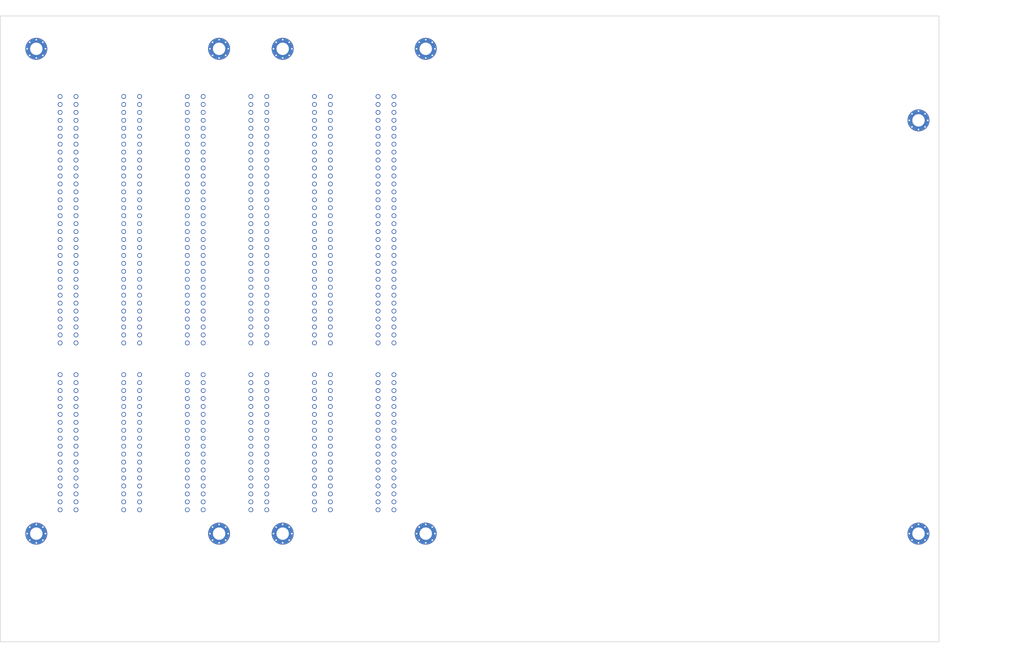
<source format=kicad_pcb>
(kicad_pcb (version 20241229) (generator "pcbnew") (generator_version "9.0")
  (title_block (title "Decimal ATX Motherboard (dATX)") (date "2025-08-10") (rev "0") (company "Jules Carboni") (comment 1 "dATX:   300×200 mm") (comment 2 "ISO A4: 297×210 mm"))
  (layers (0 "F.Cu" signal) (2 "B.Cu" signal) (13 "F.Paste" user) (15 "B.Paste" user) (5 "F.SilkS" user "F.Silkscreen") (7 "B.SilkS" user "B.Silkscreen") (1 "F.Mask" user) (3 "B.Mask" user) (25 "Edge.Cuts" user))
  (net 0 "")
  (footprint "HOLE" (layer "F.Cu") (at 119.92 40.5)
    (property "Reference" "")
    (property "Value" "")
  )
  (footprint "HOLE" (layer "F.Cu") (at 61.5 195.44)
    (property "Reference" "")
    (property "Value" "")
  )
  (footprint "HOLE" (layer "F.Cu") (at 185.96 40.5)
    (property "Reference" "")
    (property "Value" "")
  )
  (footprint "HOLE" (layer "F.Cu") (at 343.44 195.44)
    (property "Reference" "")
    (property "Value" "")
  )
  (footprint "HOLE" (layer "F.Cu") (at 61.5 40.5)
    (property "Reference" "")
    (property "Value" "")
  )
  (footprint "Carboni_Library:16bJC" (layer "F.Cu") (at 132.6152 55.74)
    (property "Reference" "")
    (property "Value" "")
  )
  (footprint "HOLE" (layer "F.Cu") (at 140.24 40.5)
    (property "Reference" "")
    (property "Value" "")
  )
  (footprint "HOLE" (layer "F.Cu") (at 185.96 195.44)
    (property "Reference" "")
    (property "Value" "")
  )
  (footprint "Carboni_Library:16bJC" (layer "F.Cu") (at 91.9752 55.74)
    (property "Reference" "")
    (property "Value" "")
  )
  (footprint "Carboni_Library:16bJC" (layer "F.Cu") (at 71.6552 55.74)
    (property "Reference" "")
    (property "Value" "")
  )
  (footprint "HOLE" (layer "F.Cu") (at 140.24 195.44)
    (property "Reference" "")
    (property "Value" "")
  )
  (footprint "Carboni_Library:16bJC" (layer "F.Cu") (at 152.9352 55.74)
    (property "Reference" "")
    (property "Value" "")
  )
  (footprint "HOLE" (layer "F.Cu") (at 119.92 195.44)
    (property "Reference" "")
    (property "Value" "")
  )
  (footprint "Carboni_Library:16bJC" (layer "F.Cu") (at 173.2552 55.74)
    (property "Reference" "")
    (property "Value" "")
  )
  (footprint "HOLE" (layer "F.Cu") (at 343.44 63.36)
    (property "Reference" "")
    (property "Value" "")
  )
  (footprint "Carboni_Library:16bJC" (layer "F.Cu") (at 112.2952 55.74)
    (property "Reference" "")
    (property "Value" "")
  )
  (gr_rect (start 50 30) (end 350 230) (stroke (width 0.2)) (fill no) (layer "Edge.Cuts"))
)
</source>
